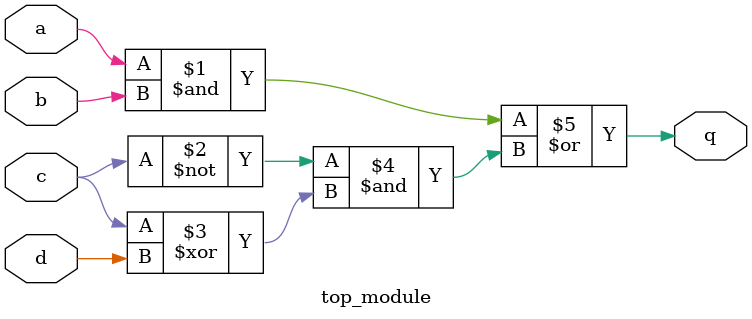
<source format=sv>
module top_module (
  input a, 
  input b, 
  input c, 
  input d,
  output q
);
  assign q = (a & b) | ((~c) & (c ^ d));
endmodule

</source>
